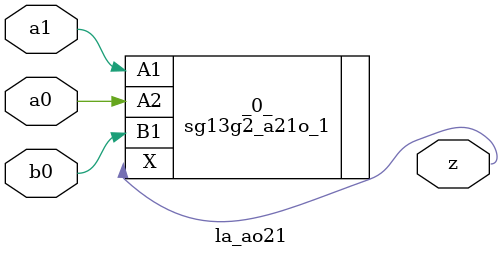
<source format=v>

/* Generated by Yosys 0.44 (git sha1 80ba43d26, g++ 11.4.0-1ubuntu1~22.04 -fPIC -O3) */

(* top =  1  *)
(* src = "generated" *)
(* keep_hierarchy *)
module la_ao21 (
    a0,
    a1,
    b0,
    z
);
  (* src = "generated" *)
  input a0;
  wire a0;
  (* src = "generated" *)
  input a1;
  wire a1;
  (* src = "generated" *)
  input b0;
  wire b0;
  (* src = "generated" *)
  output z;
  wire z;
  sg13g2_a21o_1 _0_ (
      .A1(a1),
      .A2(a0),
      .B1(b0),
      .X (z)
  );
endmodule

</source>
